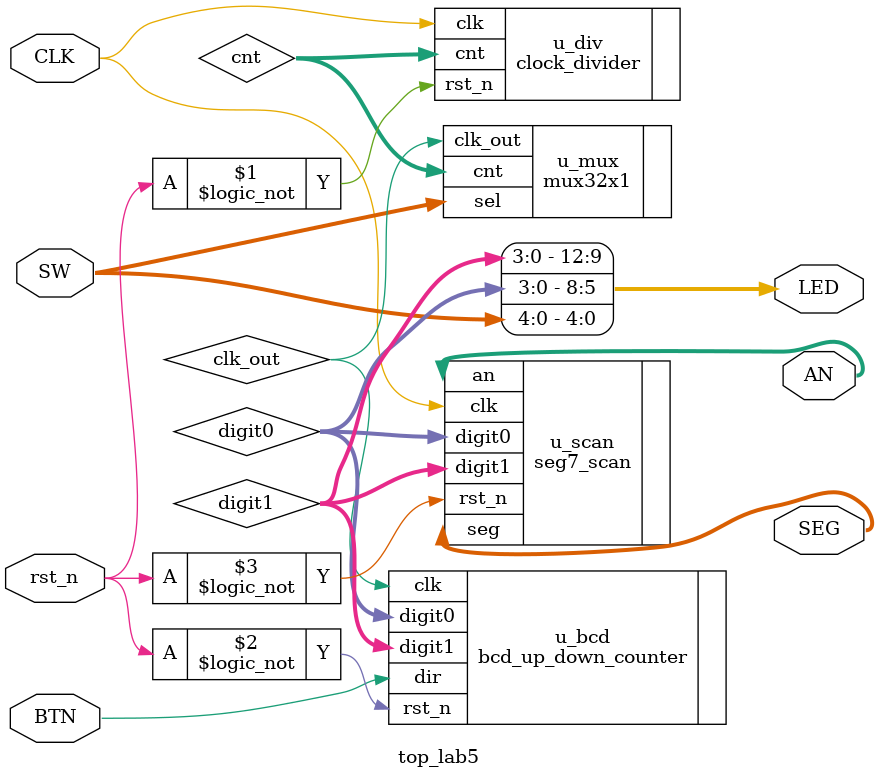
<source format=v>
`timescale 1ns / 1ps

module top_lab5 (
    input        CLK,     
    input        rst_n,
    input        BTN,
    input  [4:0] SW,      
    output [6:0] SEG,
    output [7:0] AN,      
    output [12:0] LED      
);

    wire [31:0] cnt;
    clock_divider u_div (
        .clk (CLK),
        .rst_n (!rst_n),
        .cnt (cnt)
    );

    wire clk_out;         
    mux32x1 u_mux (
        .cnt (cnt),   
        .sel (SW),
        .clk_out (clk_out)
    );

    wire [3:0] digit0;
    wire [3:0] digit1;
    bcd_up_down_counter u_bcd (
        .clk (clk_out),  
        .rst_n (!rst_n),
        .dir (BTN),
        .digit0 (digit0),
        .digit1 (digit1)
    );

    seg7_scan u_scan (
        .clk (CLK),     
        .rst_n (!rst_n),
        .digit0 (digit0),
        .digit1 (digit1),
        .seg (SEG),
        .an (AN)
    );

    assign LED[4:0] = SW;
    assign LED[8:5] = digit0;
    assign LED[12:9] = digit1;

endmodule

</source>
